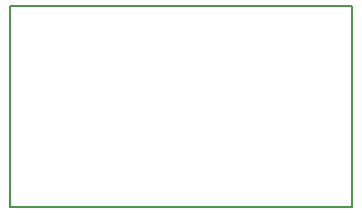
<source format=gbr>
%TF.GenerationSoftware,KiCad,Pcbnew,7.0.6-0*%
%TF.CreationDate,2023-08-01T21:24:21-04:00*%
%TF.ProjectId,Light_Alarm,4c696768-745f-4416-9c61-726d2e6b6963,rev?*%
%TF.SameCoordinates,Original*%
%TF.FileFunction,Profile,NP*%
%FSLAX46Y46*%
G04 Gerber Fmt 4.6, Leading zero omitted, Abs format (unit mm)*
G04 Created by KiCad (PCBNEW 7.0.6-0) date 2023-08-01 21:24:21*
%MOMM*%
%LPD*%
G01*
G04 APERTURE LIST*
%TA.AperFunction,Profile*%
%ADD10C,0.200000*%
%TD*%
G04 APERTURE END LIST*
D10*
X141000000Y-87000000D02*
X170000000Y-87000000D01*
X170000000Y-104000000D01*
X141000000Y-104000000D01*
X141000000Y-87000000D01*
M02*

</source>
